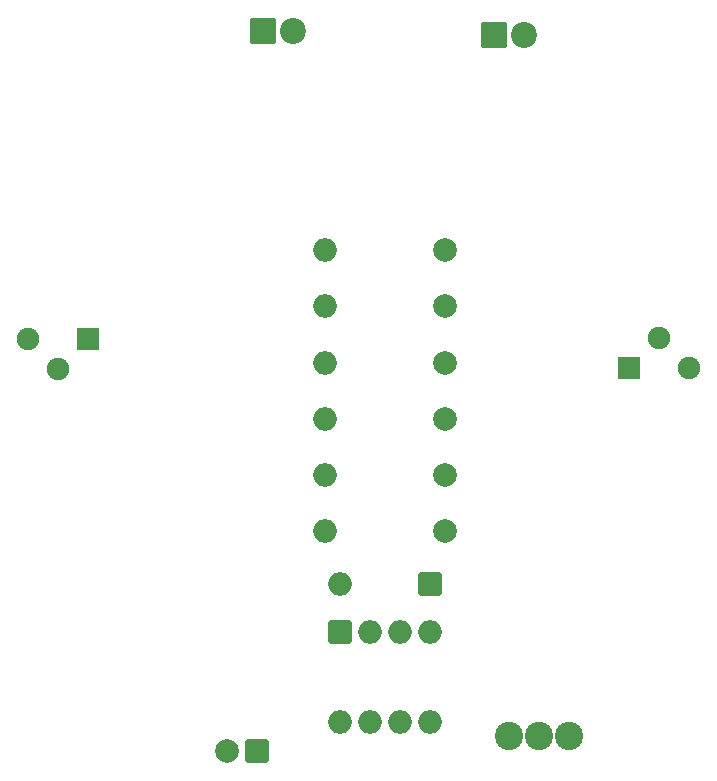
<source format=gbr>
%TF.GenerationSoftware,KiCad,Pcbnew,8.0.1*%
%TF.CreationDate,2024-04-02T10:26:23+02:00*%
%TF.ProjectId,Monster,4d6f6e73-7465-4722-9e6b-696361645f70,rev?*%
%TF.SameCoordinates,Original*%
%TF.FileFunction,Soldermask,Top*%
%TF.FilePolarity,Negative*%
%FSLAX46Y46*%
G04 Gerber Fmt 4.6, Leading zero omitted, Abs format (unit mm)*
G04 Created by KiCad (PCBNEW 8.0.1) date 2024-04-02 10:26:23*
%MOMM*%
%LPD*%
G01*
G04 APERTURE LIST*
G04 Aperture macros list*
%AMRoundRect*
0 Rectangle with rounded corners*
0 $1 Rounding radius*
0 $2 $3 $4 $5 $6 $7 $8 $9 X,Y pos of 4 corners*
0 Add a 4 corners polygon primitive as box body*
4,1,4,$2,$3,$4,$5,$6,$7,$8,$9,$2,$3,0*
0 Add four circle primitives for the rounded corners*
1,1,$1+$1,$2,$3*
1,1,$1+$1,$4,$5*
1,1,$1+$1,$6,$7*
1,1,$1+$1,$8,$9*
0 Add four rect primitives between the rounded corners*
20,1,$1+$1,$2,$3,$4,$5,0*
20,1,$1+$1,$4,$5,$6,$7,0*
20,1,$1+$1,$6,$7,$8,$9,0*
20,1,$1+$1,$8,$9,$2,$3,0*%
G04 Aperture macros list end*
%ADD10RoundRect,0.200000X-0.900000X-0.900000X0.900000X-0.900000X0.900000X0.900000X-0.900000X0.900000X0*%
%ADD11C,2.200000*%
%ADD12C,2.000000*%
%ADD13O,2.000000X2.000000*%
%ADD14RoundRect,0.200000X0.800000X0.800000X-0.800000X0.800000X-0.800000X-0.800000X0.800000X-0.800000X0*%
%ADD15RoundRect,0.200000X-0.800000X0.800000X-0.800000X-0.800000X0.800000X-0.800000X0.800000X0.800000X0*%
%ADD16C,1.900000*%
%ADD17RoundRect,0.200000X0.750000X0.750000X-0.750000X0.750000X-0.750000X-0.750000X0.750000X-0.750000X0*%
%ADD18C,2.400000*%
%ADD19RoundRect,0.200000X-0.750000X-0.750000X0.750000X-0.750000X0.750000X0.750000X-0.750000X0.750000X0*%
G04 APERTURE END LIST*
D10*
%TO.C,D1*%
X53492000Y-46252000D03*
D11*
X56032000Y-46252000D03*
%TD*%
D10*
%TO.C,D2*%
X72992000Y-46552000D03*
D11*
X75532000Y-46552000D03*
%TD*%
D12*
%TO.C,R3*%
X68842000Y-64802000D03*
D13*
X58682000Y-64802000D03*
%TD*%
D12*
%TO.C,R5*%
X68842000Y-74302000D03*
D13*
X58682000Y-74302000D03*
%TD*%
D14*
%TO.C,D3*%
X67572000Y-93052000D03*
D13*
X59952000Y-93052000D03*
%TD*%
D15*
%TO.C,U1*%
X59962000Y-97152000D03*
D13*
X62502000Y-97152000D03*
X65042000Y-97152000D03*
X67582000Y-97152000D03*
X67582000Y-104772000D03*
X65042000Y-104772000D03*
X62502000Y-104772000D03*
X59962000Y-104772000D03*
%TD*%
D14*
%TO.C,C1*%
X52964380Y-107152000D03*
D12*
X50464380Y-107152000D03*
%TD*%
D16*
%TO.C,Q1*%
X89562000Y-74802000D03*
X87022000Y-72262000D03*
D17*
X84482000Y-74802000D03*
%TD*%
D12*
%TO.C,R1off1*%
X68842000Y-83802000D03*
D13*
X58682000Y-83802000D03*
%TD*%
D12*
%TO.C,R6*%
X68842000Y-79052000D03*
D13*
X58682000Y-79052000D03*
%TD*%
D12*
%TO.C,R4*%
X68842000Y-69552000D03*
D13*
X58682000Y-69552000D03*
%TD*%
D12*
%TO.C,R2on2*%
X68842000Y-88552000D03*
D13*
X58682000Y-88552000D03*
%TD*%
D18*
%TO.C,S1*%
X79412000Y-105902000D03*
X76872000Y-105902000D03*
X74332000Y-105902000D03*
%TD*%
D16*
%TO.C,Q2*%
X33604000Y-72314000D03*
X36144000Y-74854000D03*
D19*
X38684000Y-72314000D03*
%TD*%
M02*

</source>
